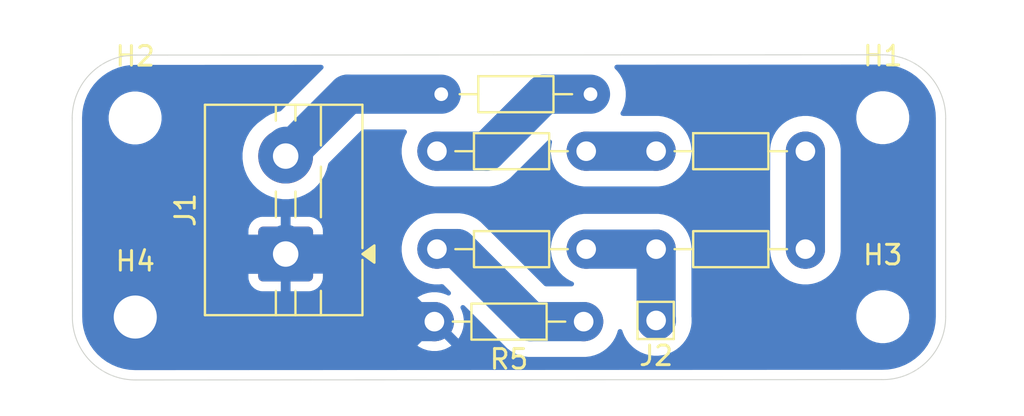
<source format=kicad_pcb>
(kicad_pcb (version 20241229) (generator "pcbnew") (generator_version "9.0")
  (title_block (title "Divisor de tension") (date "2025-09-02") (rev "1") (company "Escuela Tecnica Roberto Rocca") (comment 1 "Bautista Otero"))
  (layers (0 "F.Cu" signal) (2 "B.Cu" signal) (13 "F.Paste" user) (15 "B.Paste" user) (5 "F.SilkS" user "F.Silkscreen") (7 "B.SilkS" user "B.Silkscreen") (1 "F.Mask" user) (3 "B.Mask" user) (25 "Edge.Cuts" user))
  (net 0 "")
  (net 1 "Net-(J1-Pin_2)")
  (net 2 "Net-(J1-Pin_1)")
  (net 3 "Net-(R1-Pad2)")
  (net 4 "Net-(R1-Pad1)")
  (net 5 "Net-(J2-Pin_1)")
  (net 6 "Net-(R2-Pad1)")
  (net 7 "Net-(R4-Pad1)")
  (footprint "Resistor_THT:R_Axial_DIN0204_L3.6mm_D1.6mm_P7.62mm_Horizontal" (layer "F.Cu") (at 152.41 104.09)
    (property "Reference" "R6" (hide yes))
    (property "Value" "47k")
    (fp_line (start 0.94 0) (end 1.89 0) (stroke (width 0.12)) (layer "F.SilkS"))
    (fp_line (start 6.68 0) (end 5.73 0) (stroke (width 0.12)) (layer "F.SilkS"))
    (fp_rect (start 1.89 -0.92) (end 5.73 0.92) (stroke (width 0.12)) (fill no) (layer "F.SilkS"))
    (pad "1" thru_hole circle (at 0 0) (size 1.4 1.4) (drill 0.7) (layers "*.Cu" "*.Mask") (net 1 "Net-(J1-Pin_2)"))
    (pad "2" thru_hole circle (at 7.62 0) (size 1.4 1.4) (drill 0.7) (layers "*.Cu" "*.Mask") (net 6 "Net-(R2-Pad1)"))
  )
  (footprint "Resistor_THT:R_Axial_DIN0204_L3.6mm_D1.6mm_P7.62mm_Horizontal" (layer "F.Cu") (at 171 112 180)
    (property "Reference" "R3" (hide yes))
    (property "Value" "150k")
    (fp_line (start 6.68 0) (end 5.73 0) (stroke (width 0.12)) (layer "F.SilkS"))
    (fp_line (start 0.94 0) (end 1.89 0) (stroke (width 0.12)) (layer "F.SilkS"))
    (fp_rect (start 1.89 -0.92) (end 5.73 0.92) (stroke (width 0.12)) (fill no) (layer "F.SilkS"))
    (pad "1" thru_hole circle (at 0 0 180) (size 2 2) (drill 1) (layers "*.Cu" "*.Mask") (net 3 "Net-(R1-Pad2)"))
    (pad "2" thru_hole circle (at 7.62 0 180) (size 2 2) (drill 1) (layers "*.Cu" "*.Mask") (net 5 "Net-(J2-Pin_1)"))
  )
  (footprint "Resistor_THT:R_Axial_DIN0204_L3.6mm_D1.6mm_P7.62mm_Horizontal" (layer "F.Cu") (at 163.38 107)
    (property "Reference" "R1" (hide yes))
    (property "Value" "3.3 MEGA")
    (fp_line (start 0.94 0) (end 1.89 0) (stroke (width 0.12)) (layer "F.SilkS"))
    (fp_line (start 6.68 0) (end 5.73 0) (stroke (width 0.12)) (layer "F.SilkS"))
    (fp_rect (start 1.89 -0.92) (end 5.73 0.92) (stroke (width 0.12)) (fill no) (layer "F.SilkS"))
    (pad "1" thru_hole circle (at 0 0) (size 2 2) (drill 1) (layers "*.Cu" "*.Mask") (net 4 "Net-(R1-Pad1)"))
    (pad "2" thru_hole circle (at 7.62 0) (size 2 2) (drill 1) (layers "*.Cu" "*.Mask") (net 3 "Net-(R1-Pad2)"))
  )
  (footprint "Resistor_THT:R_Axial_DIN0204_L3.6mm_D1.6mm_P7.62mm_Horizontal" (layer "F.Cu") (at 152.19 107)
    (property "Reference" "R2" (hide yes))
    (property "Value" "10 MEGA")
    (fp_line (start 0.94 0) (end 1.89 0) (stroke (width 0.12)) (layer "F.SilkS"))
    (fp_line (start 6.68 0) (end 5.73 0) (stroke (width 0.12)) (layer "F.SilkS"))
    (fp_rect (start 1.89 -0.92) (end 5.73 0.92) (stroke (width 0.12)) (fill no) (layer "F.SilkS"))
    (pad "1" thru_hole circle (at 0 0) (size 2 2) (drill 1) (layers "*.Cu" "*.Mask") (net 6 "Net-(R2-Pad1)"))
    (pad "2" thru_hole circle (at 7.62 0) (size 2 2) (drill 1) (layers "*.Cu" "*.Mask") (net 4 "Net-(R1-Pad1)"))
  )
  (footprint "MountingHole:MountingHole_2.2mm_M2" (layer "F.Cu") (at 174.949102 105.290146)
    (property "Reference" "H1" (at 0 -3.15 0) (layer "F.SilkS"))
    (property "Value" "MountingHole")
    (pad "" np_thru_hole circle (at 0 0) (size 2.2 2.2) (drill 2.2) (layers "*.Cu" "*.Mask"))
  )
  (footprint "TerminalBlock:TerminalBlock_MaiXu_MX126-5.0-02P_1x02_P5.00mm" (layer "F.Cu") (at 144.4675 112.25 90)
    (property "Reference" "J1" (at 2.25 -5.12 90) (layer "F.SilkS"))
    (property "Value" "Screw_Terminal_01x02")
    (fp_line (start 7.62 -4.12) (end 7.62 3.92) (stroke (width 0.12)) (layer "F.SilkS"))
    (fp_line (start -3.12 -4.12) (end 7.62 -4.12) (stroke (width 0.12)) (layer "F.SilkS"))
    (fp_line (start 6.812 -0.5) (end 7.62 -0.5) (stroke (width 0.12)) (layer "F.SilkS"))
    (fp_line (start 1.88 -0.5) (end 3.188 -0.5) (stroke (width 0.12)) (layer "F.SilkS"))
    (fp_line (start -3.12 -0.5) (end -1.88 -0.5) (stroke (width 0.12)) (layer "F.SilkS"))
    (fp_line (start 6.812 0.5) (end 7.62 0.5) (stroke (width 0.12)) (layer "F.SilkS"))
    (fp_line (start 1.88 0.5) (end 3.188 0.5) (stroke (width 0.12)) (layer "F.SilkS"))
    (fp_line (start -3.12 0.5) (end -1.88 0.5) (stroke (width 0.12)) (layer "F.SilkS"))
    (fp_line (start 5.543 1.8) (end 7.62 1.8) (stroke (width 0.12)) (layer "F.SilkS"))
    (fp_line (start 1.88 1.8) (end 4.457 1.8) (stroke (width 0.12)) (layer "F.SilkS"))
    (fp_line (start -3.12 1.8) (end -1.88 1.8) (stroke (width 0.12)) (layer "F.SilkS"))
    (fp_line (start 7.62 3.92) (end 0.3 3.92) (stroke (width 0.12)) (layer "F.SilkS"))
    (fp_line (start -0.3 3.92) (end -3.12 3.92) (stroke (width 0.12)) (layer "F.SilkS"))
    (fp_line (start -3.12 3.92) (end -3.12 -4.12) (stroke (width 0.12)) (layer "F.SilkS"))
    (fp_poly (pts (xy 0 3.92) (xy 0.44 4.53) (xy -0.44 4.53)) (stroke (width 0.12)) (fill yes) (layer "F.SilkS"))
    (pad "1" thru_hole roundrect (at 0 0 90) (size 2.8 2.8) (drill 1.3) (layers "*.Cu" "*.Mask") (roundrect_rratio 0.089286) (net 2 "Net-(J1-Pin_1)"))
    (pad "2" thru_hole circle (at 5 0 90) (size 2.8 2.8) (drill 1.3) (layers "*.Cu" "*.Mask") (net 1 "Net-(J1-Pin_2)"))
  )
  (footprint "Connector_Pin:Pin_D0.7mm_L6.5mm_W1.8mm_FlatFork" (layer "F.Cu") (at 163.38 115.64)
    (property "Reference" "J2" (at 0 1.8 0) (layer "F.SilkS"))
    (property "Value" "Conn_01x01_Pin")
    (fp_line (start -0.95 -0.95) (end -0.95 0.95) (stroke (width 0.12)) (layer "F.SilkS"))
    (fp_line (start -0.95 0.95) (end 0.9 0.95) (stroke (width 0.12)) (layer "F.SilkS"))
    (fp_line (start 0.9 -0.95) (end -0.95 -0.95) (stroke (width 0.12)) (layer "F.SilkS"))
    (fp_line (start 0.9 -0.9) (end 0.9 -0.95) (stroke (width 0.12)) (layer "F.SilkS"))
    (fp_line (start 0.9 0.95) (end 0.9 -0.9) (stroke (width 0.12)) (layer "F.SilkS"))
    (pad "1" thru_hole circle (at 0 0) (size 2 2) (drill 1) (layers "*.Cu" "*.Mask") (net 5 "Net-(J2-Pin_1)"))
  )
  (footprint "Resistor_THT:R_Axial_DIN0204_L3.6mm_D1.6mm_P7.62mm_Horizontal" (layer "F.Cu") (at 159.68 115.7 180)
    (property "Reference" "R5" (at 3.81 -1.92 0) (layer "F.SilkS"))
    (property "Value" "47k")
    (fp_line (start 6.68 0) (end 5.73 0) (stroke (width 0.12)) (layer "F.SilkS"))
    (fp_line (start 0.94 0) (end 1.89 0) (stroke (width 0.12)) (layer "F.SilkS"))
    (fp_rect (start 1.89 -0.92) (end 5.73 0.92) (stroke (width 0.12)) (fill no) (layer "F.SilkS"))
    (pad "1" thru_hole circle (at 0 0 180) (size 2 2) (drill 1) (layers "*.Cu" "*.Mask") (net 7 "Net-(R4-Pad1)"))
    (pad "2" thru_hole circle (at 7.62 0 180) (size 2 2) (drill 1) (layers "*.Cu" "*.Mask") (net 2 "Net-(J1-Pin_1)"))
  )
  (footprint "Resistor_THT:R_Axial_DIN0204_L3.6mm_D1.6mm_P7.62mm_Horizontal" (layer "F.Cu") (at 152.19 112)
    (property "Reference" "R4" (hide yes))
    (property "Value" "1 MEGA")
    (fp_line (start 0.94 0) (end 1.89 0) (stroke (width 0.12)) (layer "F.SilkS"))
    (fp_line (start 6.68 0) (end 5.73 0) (stroke (width 0.12)) (layer "F.SilkS"))
    (fp_rect (start 1.89 -0.92) (end 5.73 0.92) (stroke (width 0.12)) (fill no) (layer "F.SilkS"))
    (pad "1" thru_hole circle (at 0 0) (size 2 2) (drill 1) (layers "*.Cu" "*.Mask") (net 7 "Net-(R4-Pad1)"))
    (pad "2" thru_hole circle (at 7.62 0) (size 2 2) (drill 1) (layers "*.Cu" "*.Mask") (net 5 "Net-(J2-Pin_1)"))
  )
  (footprint "MountingHole:MountingHole_2.2mm_M2" (layer "F.Cu") (at 174.948882 115.449102)
    (property "Reference" "H3" (at 0 -3.15 0) (layer "F.SilkS"))
    (property "Value" "MountingHole")
    (pad "" np_thru_hole circle (at 0 0) (size 2.2 2.2) (drill 2.2) (layers "*.Cu" "*.Mask"))
  )
  (footprint "MountingHole:MountingHole_2.2mm_M2" (layer "F.Cu") (at 136.783625 105.303625)
    (property "Reference" "H2" (at 0 -3.15 0) (layer "F.SilkS"))
    (property "Value" "MountingHole")
    (pad "" np_thru_hole circle (at 0 0) (size 2.2 2.2) (drill 2.2) (layers "*.Cu" "*.Mask"))
  )
  (footprint "MountingHole:MountingHole_2.2mm_M2_DIN965_Pad" (layer "F.Cu") (at 136.790613 115.465822)
    (property "Reference" "H4" (at 0 -2.85 0) (layer "F.SilkS"))
    (property "Value" "MountingHole_Pad")
    (pad "1" thru_hole circle (at 0 0) (size 3.8 3.8) (drill 2.2) (layers "*.Cu" "*.Mask") (net 2 "Net-(J1-Pin_1)"))
  )
  (gr_arc (start 174.949101 102.079014) (mid 177.24 103.04) (end 178.159716 105.347776) (stroke (width 0.05)) (layer "Edge.Cuts"))
  (gr_line (start 174.891252 118.659696) (end 136.790615 118.676952) (stroke (width 0.05)) (layer "Edge.Cuts"))
  (gr_arc (start 178.160014 115.449101) (mid 177.199028 117.74) (end 174.891252 118.659716) (stroke (width 0.05)) (layer "Edge.Cuts"))
  (gr_line (start 133.572493 105.303625) (end 133.58 115.39) (stroke (width 0.05)) (layer "Edge.Cuts"))
  (gr_line (start 178.159716 105.345038) (end 178.160014 115.449101) (stroke (width 0.05)) (layer "Edge.Cuts"))
  (gr_line (start 136.725981 102.09301) (end 174.949101 102.079014) (stroke (width 0.05)) (layer "Edge.Cuts"))
  (gr_arc (start 133.572493 105.303625) (mid 134.533479 103.012727) (end 136.841255 102.09301) (stroke (width 0.05)) (layer "Edge.Cuts"))
  (gr_arc (start 136.790615 118.676952) (mid 134.499717 117.715966) (end 133.58 115.40819) (stroke (width 0.05)) (layer "Edge.Cuts"))
  (segment (start 147.6275 104.09) (end 152.41 104.09) (width 2) (layer "B.Cu") (net 1))
  (segment (start 144.4675 106.75) (end 144.7175 107) (width 2) (layer "B.Cu") (net 1))
  (segment (start 144.4675 107.25) (end 147.6275 104.09) (width 2) (layer "B.Cu") (net 1))
  (segment (start 144.7175 112) (end 144.4675 111.75) (width 2) (layer "B.Cu") (net 2))
  (segment (start 136.98 115.56) (end 136.98 113.87) (width 2) (layer "B.Cu") (net 2))
  (segment (start 150.33 115.7) (end 152.06 115.7) (width 2) (layer "B.Cu") (net 2))
  (segment (start 144.4675 112.25) (end 146.88 112.25) (width 2) (layer "B.Cu") (net 2))
  (segment (start 138.59 112.26) (end 144.4575 112.26) (width 2) (layer "B.Cu") (net 2))
  (segment (start 144.4575 112.26) (end 144.4675 112.25) (width 2) (layer "B.Cu") (net 2))
  (segment (start 136.98 113.87) (end 138.59 112.26) (width 2) (layer "B.Cu") (net 2))
  (segment (start 146.88 112.25) (end 150.33 115.7) (width 2) (layer "B.Cu") (net 2))
  (segment (start 171 112) (end 171 107) (width 2) (layer "B.Cu") (net 3))
  (segment (start 163.38 107) (end 159.81 107) (width 2) (layer "B.Cu") (net 4))
  (segment (start 163.38 112) (end 159.81 112) (width 2) (layer "B.Cu") (net 5))
  (segment (start 163.38 115.62) (end 163.39 115.63) (width 2) (layer "B.Cu") (net 5))
  (segment (start 163.38 115.64) (end 163.39 115.63) (width 2) (layer "B.Cu") (net 5))
  (segment (start 163.38 112) (end 163.38 115.62) (width 2) (layer "B.Cu") (net 5))
  (segment (start 157.66 104.09) (end 154.75 107) (width 2) (layer "B.Cu") (net 6))
  (segment (start 154.75 107) (end 152.19 107) (width 2) (layer "B.Cu") (net 6))
  (segment (start 160.03 104.09) (end 157.66 104.09) (width 2) (layer "B.Cu") (net 6))
  (segment (start 152.22 111.97) (end 152.19 112) (width 2) (layer "B.Cu") (net 7))
  (segment (start 153.23 111.97) (end 152.22 111.97) (width 2) (layer "B.Cu") (net 7))
  (segment (start 159.68 115.7) (end 156.96 115.7) (width 2) (layer "B.Cu") (net 7))
  (segment (start 156.96 115.7) (end 153.23 111.97) (width 2) (layer "B.Cu") (net 7))
  (zone (net 2) (net_name "Net-(J1-Pin_1)") (layer "B.Cu") (connect_pads (clearance 0.8)) (min_thickness 0.25) (fill yes (thermal_gap 0.5) (thermal_bridge_width 0.5))
    (polygon (pts (xy 133.52 102.09) (xy 178.17 102.07) (xy 178.23 118.67) (xy 133.59 118.69)))
  )
)
</source>
